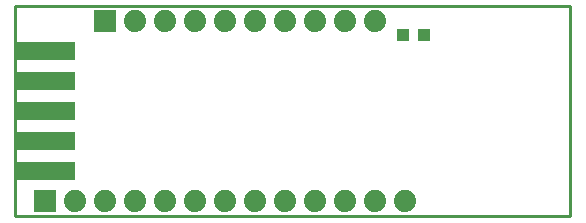
<source format=gbr>
G04 #@! TF.GenerationSoftware,KiCad,Pcbnew,(2017-11-22 revision 78366f8f0)-master*
G04 #@! TF.CreationDate,2018-01-05T15:25:17+02:00*
G04 #@! TF.ProjectId,BB-ADS1262-Rev.A,42422D414453313236322D5265762E41,rev?*
G04 #@! TF.SameCoordinates,Original*
G04 #@! TF.FileFunction,Soldermask,Bot*
G04 #@! TF.FilePolarity,Negative*
%FSLAX46Y46*%
G04 Gerber Fmt 4.6, Leading zero omitted, Abs format (unit mm)*
G04 Created by KiCad (PCBNEW (2017-11-22 revision 78366f8f0)-master) date Fri Jan  5 15:25:17 2018*
%MOMM*%
%LPD*%
G01*
G04 APERTURE LIST*
%ADD10C,0.254000*%
%ADD11R,1.117600X1.117600*%
%ADD12C,1.879600*%
%ADD13R,1.879600X1.879600*%
%ADD14R,5.181600X1.625600*%
G04 APERTURE END LIST*
D10*
X54610000Y-64770000D02*
X54610000Y-46990000D01*
X101600000Y-64770000D02*
X54610000Y-64770000D01*
X101600000Y-46990000D02*
X101600000Y-64770000D01*
X54610000Y-46990000D02*
X101600000Y-46990000D01*
D11*
X89179400Y-49403000D03*
X87401400Y-49403000D03*
D12*
X87630000Y-63500000D03*
X82550000Y-63500000D03*
X85090000Y-63500000D03*
X80010000Y-63500000D03*
X77470000Y-63500000D03*
X72390000Y-63500000D03*
X74930000Y-63500000D03*
X69850000Y-63500000D03*
X67310000Y-63500000D03*
D13*
X57150000Y-63500000D03*
D12*
X59690000Y-63500000D03*
X62230000Y-63500000D03*
X64770000Y-63500000D03*
D14*
X57150000Y-60960000D03*
X57150000Y-58420000D03*
X57150000Y-55880000D03*
X57150000Y-53340000D03*
X57150000Y-50800000D03*
D12*
X85090000Y-48260000D03*
X82550000Y-48260000D03*
X77470000Y-48260000D03*
X80010000Y-48260000D03*
X74930000Y-48260000D03*
X72390000Y-48260000D03*
D13*
X62230000Y-48260000D03*
D12*
X64770000Y-48260000D03*
X67310000Y-48260000D03*
X69850000Y-48260000D03*
M02*

</source>
